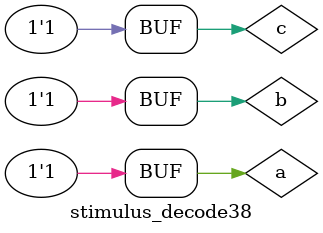
<source format=v>
`timescale 1ns / 1ps


module stimulus_decode38;

	// Inputs
	reg  a,b,c;
	
	// Outputs
	wire [7:0] d;

	// Instantiate the Unit Under Test (UUT)
	decoder38 uut (
		.a(a),.b(b), .c(c) ,
		.d(d)
	);

	initial begin
		a=0;b=0;c=0;#100;
		a=0;b=0;c=1;#100;
		a=0;b=1;c=0;#100;
		a=0;b=1;c=1;#100;
		a=1;b=0;c=0;#100;
		a=1;b=0;c=1;#100;
		a=1;b=1;c=0;#100;
		a=1;b=1;c=1;



	end
      
endmodule


</source>
